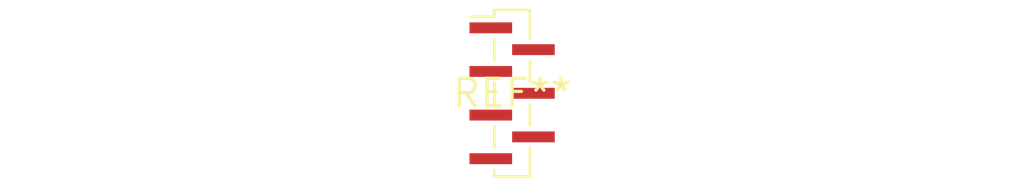
<source format=kicad_pcb>
(kicad_pcb (version 20240108) (generator pcbnew)
  (layers (0 "F.Cu" signal) (31 "B.Cu" signal) (34 "B.Paste" user) (35 "F.Paste" user) (36 "B.SilkS" user "B.Silkscreen") (37 "F.SilkS" user "F.Silkscreen") (38 "B.Mask" user) (39 "F.Mask" user) (44 "Edge.Cuts" user))
  (net 0 "")
  (footprint "PinSocket_1x07_P1.00mm_Vertical_SMD_Pin1Left" (layer "F.Cu") (at 0 0)
    (property "Reference" "REF**")
    (property "Value" "PinSocket_1x07_P1.00mm_Vertical_SMD_Pin1Left")
    (fp_line (start -1.89 -3.51) (end -0.81 -3.51) (layer "F.SilkS") (stroke (width 0.12)))
    (fp_line (start -0.81 -3.81) (end -0.81 -3.51) (layer "F.SilkS") (stroke (width 0.12)))
    (fp_line (start -0.81 -3.81) (end 0.81 -3.81) (layer "F.SilkS") (stroke (width 0.12)))
    (fp_line (start -0.81 -2.49) (end -0.81 -1.51) (layer "F.SilkS") (stroke (width 0.12)))
    (fp_line (start -0.81 -0.49) (end -0.81 0.49) (layer "F.SilkS") (stroke (width 0.12)))
    (fp_line (start -0.81 1.51) (end -0.81 2.49) (layer "F.SilkS") (stroke (width 0.12)))
    (fp_line (start -0.81 3.51) (end -0.81 3.81) (layer "F.SilkS") (stroke (width 0.12)))
    (fp_line (start -0.81 3.81) (end 0.81 3.81) (layer "F.SilkS") (stroke (width 0.12)))
    (fp_line (start 0.81 -3.81) (end 0.81 -2.51) (layer "F.SilkS") (stroke (width 0.12)))
    (fp_line (start 0.81 -1.49) (end 0.81 -0.51) (layer "F.SilkS") (stroke (width 0.12)))
    (fp_line (start 0.81 0.51) (end 0.81 1.49) (layer "F.SilkS") (stroke (width 0.12)))
    (fp_line (start 0.81 2.51) (end 0.81 3.81) (layer "F.SilkS") (stroke (width 0.12)))
    (pad "1" smd rect (at -0.975 -3) (size 1.95 0.5) (layers "F.Cu" "F.Paste" "F.Mask"))
    (pad "2" smd rect (at 0.975 -2) (size 1.95 0.5) (layers "F.Cu" "F.Paste" "F.Mask"))
    (pad "3" smd rect (at -0.975 -1) (size 1.95 0.5) (layers "F.Cu" "F.Paste" "F.Mask"))
    (pad "4" smd rect (at 0.975 0) (size 1.95 0.5) (layers "F.Cu" "F.Paste" "F.Mask"))
    (pad "5" smd rect (at -0.975 1) (size 1.95 0.5) (layers "F.Cu" "F.Paste" "F.Mask"))
    (pad "6" smd rect (at 0.975 2) (size 1.95 0.5) (layers "F.Cu" "F.Paste" "F.Mask"))
    (pad "7" smd rect (at -0.975 3) (size 1.95 0.5) (layers "F.Cu" "F.Paste" "F.Mask"))
  )
)
</source>
